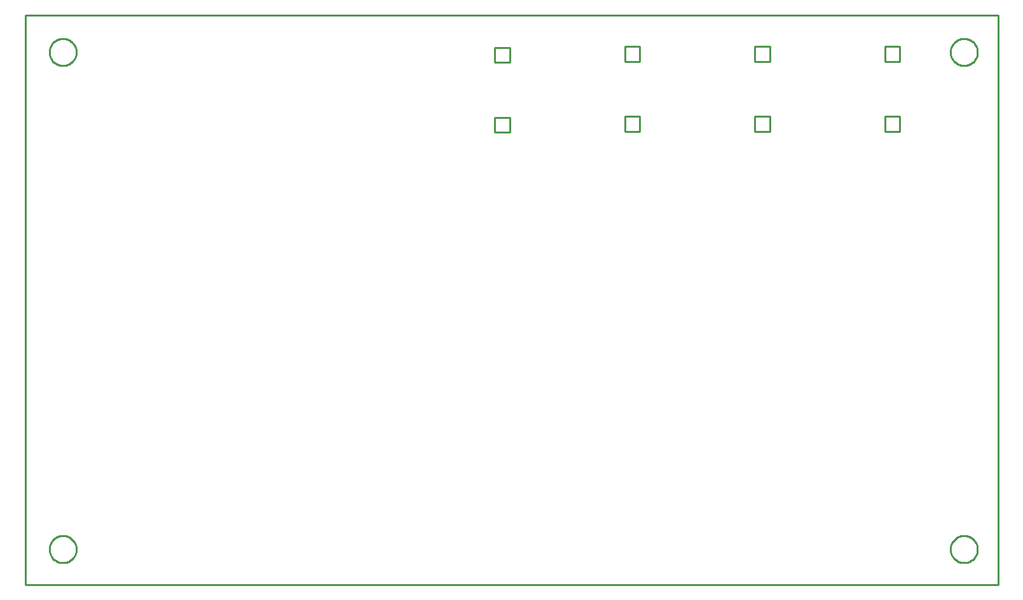
<source format=gbr>
G04 EAGLE Gerber RS-274X export*
G75*
%MOMM*%
%FSLAX34Y34*%
%LPD*%
%IN*%
%IPPOS*%
%AMOC8*
5,1,8,0,0,1.08239X$1,22.5*%
G01*
%ADD10C,0.254000*%


D10*
X0Y63500D02*
X1295200Y63500D01*
X1295200Y822200D01*
X0Y822200D01*
X0Y63500D01*
X625070Y759130D02*
X645070Y759130D01*
X645070Y779130D01*
X625070Y779130D01*
X625070Y759130D01*
X625070Y666130D02*
X645070Y666130D01*
X645070Y686130D01*
X625070Y686130D01*
X625070Y666130D01*
X1144500Y760400D02*
X1164500Y760400D01*
X1164500Y780400D01*
X1144500Y780400D01*
X1144500Y760400D01*
X1144500Y667400D02*
X1164500Y667400D01*
X1164500Y687400D01*
X1144500Y687400D01*
X1144500Y667400D01*
X798213Y760500D02*
X818213Y760500D01*
X818213Y780500D01*
X798213Y780500D01*
X798213Y760500D01*
X798213Y667500D02*
X818213Y667500D01*
X818213Y687500D01*
X798213Y687500D01*
X798213Y667500D01*
X971357Y760500D02*
X991357Y760500D01*
X991357Y780500D01*
X971357Y780500D01*
X971357Y760500D01*
X971357Y667500D02*
X991357Y667500D01*
X991357Y687500D01*
X971357Y687500D01*
X971357Y667500D01*
X68000Y772411D02*
X67923Y771235D01*
X67769Y770066D01*
X67539Y768910D01*
X67234Y767772D01*
X66855Y766656D01*
X66404Y765567D01*
X65883Y764510D01*
X65294Y763490D01*
X64639Y762510D01*
X63922Y761575D01*
X63145Y760689D01*
X62311Y759855D01*
X61425Y759078D01*
X60490Y758361D01*
X59510Y757706D01*
X58490Y757117D01*
X57433Y756596D01*
X56344Y756145D01*
X55228Y755766D01*
X54090Y755461D01*
X52934Y755231D01*
X51765Y755077D01*
X50589Y755000D01*
X49411Y755000D01*
X48235Y755077D01*
X47066Y755231D01*
X45910Y755461D01*
X44772Y755766D01*
X43656Y756145D01*
X42567Y756596D01*
X41510Y757117D01*
X40490Y757706D01*
X39510Y758361D01*
X38575Y759078D01*
X37689Y759855D01*
X36855Y760689D01*
X36078Y761575D01*
X35361Y762510D01*
X34706Y763490D01*
X34117Y764510D01*
X33596Y765567D01*
X33145Y766656D01*
X32766Y767772D01*
X32461Y768910D01*
X32231Y770066D01*
X32077Y771235D01*
X32000Y772411D01*
X32000Y773589D01*
X32077Y774765D01*
X32231Y775934D01*
X32461Y777090D01*
X32766Y778228D01*
X33145Y779344D01*
X33596Y780433D01*
X34117Y781490D01*
X34706Y782510D01*
X35361Y783490D01*
X36078Y784425D01*
X36855Y785311D01*
X37689Y786145D01*
X38575Y786922D01*
X39510Y787639D01*
X40490Y788294D01*
X41510Y788883D01*
X42567Y789404D01*
X43656Y789855D01*
X44772Y790234D01*
X45910Y790539D01*
X47066Y790769D01*
X48235Y790923D01*
X49411Y791000D01*
X50589Y791000D01*
X51765Y790923D01*
X52934Y790769D01*
X54090Y790539D01*
X55228Y790234D01*
X56344Y789855D01*
X57433Y789404D01*
X58490Y788883D01*
X59510Y788294D01*
X60490Y787639D01*
X61425Y786922D01*
X62311Y786145D01*
X63145Y785311D01*
X63922Y784425D01*
X64639Y783490D01*
X65294Y782510D01*
X65883Y781490D01*
X66404Y780433D01*
X66855Y779344D01*
X67234Y778228D01*
X67539Y777090D01*
X67769Y775934D01*
X67923Y774765D01*
X68000Y773589D01*
X68000Y772411D01*
X1232000Y110211D02*
X1232077Y109035D01*
X1232231Y107866D01*
X1232461Y106710D01*
X1232766Y105572D01*
X1233145Y104456D01*
X1233596Y103367D01*
X1234117Y102310D01*
X1234706Y101290D01*
X1235361Y100310D01*
X1236078Y99375D01*
X1236855Y98489D01*
X1237689Y97655D01*
X1238575Y96878D01*
X1239510Y96161D01*
X1240490Y95506D01*
X1241510Y94917D01*
X1242567Y94396D01*
X1243656Y93945D01*
X1244772Y93566D01*
X1245910Y93261D01*
X1247066Y93031D01*
X1248235Y92877D01*
X1249411Y92800D01*
X1250589Y92800D01*
X1251765Y92877D01*
X1252934Y93031D01*
X1254090Y93261D01*
X1255228Y93566D01*
X1256344Y93945D01*
X1257433Y94396D01*
X1258490Y94917D01*
X1259510Y95506D01*
X1260490Y96161D01*
X1261425Y96878D01*
X1262311Y97655D01*
X1263145Y98489D01*
X1263922Y99375D01*
X1264639Y100310D01*
X1265294Y101290D01*
X1265883Y102310D01*
X1266404Y103367D01*
X1266855Y104456D01*
X1267234Y105572D01*
X1267539Y106710D01*
X1267769Y107866D01*
X1267923Y109035D01*
X1268000Y110211D01*
X1268000Y111389D01*
X1267923Y112565D01*
X1267769Y113734D01*
X1267539Y114890D01*
X1267234Y116028D01*
X1266855Y117144D01*
X1266404Y118233D01*
X1265883Y119290D01*
X1265294Y120310D01*
X1264639Y121290D01*
X1263922Y122225D01*
X1263145Y123111D01*
X1262311Y123945D01*
X1261425Y124722D01*
X1260490Y125439D01*
X1259510Y126094D01*
X1258490Y126683D01*
X1257433Y127204D01*
X1256344Y127655D01*
X1255228Y128034D01*
X1254090Y128339D01*
X1252934Y128569D01*
X1251765Y128723D01*
X1250589Y128800D01*
X1249411Y128800D01*
X1248235Y128723D01*
X1247066Y128569D01*
X1245910Y128339D01*
X1244772Y128034D01*
X1243656Y127655D01*
X1242567Y127204D01*
X1241510Y126683D01*
X1240490Y126094D01*
X1239510Y125439D01*
X1238575Y124722D01*
X1237689Y123945D01*
X1236855Y123111D01*
X1236078Y122225D01*
X1235361Y121290D01*
X1234706Y120310D01*
X1234117Y119290D01*
X1233596Y118233D01*
X1233145Y117144D01*
X1232766Y116028D01*
X1232461Y114890D01*
X1232231Y113734D01*
X1232077Y112565D01*
X1232000Y111389D01*
X1232000Y110211D01*
X1268000Y772411D02*
X1267923Y771235D01*
X1267769Y770066D01*
X1267539Y768910D01*
X1267234Y767772D01*
X1266855Y766656D01*
X1266404Y765567D01*
X1265883Y764510D01*
X1265294Y763490D01*
X1264639Y762510D01*
X1263922Y761575D01*
X1263145Y760689D01*
X1262311Y759855D01*
X1261425Y759078D01*
X1260490Y758361D01*
X1259510Y757706D01*
X1258490Y757117D01*
X1257433Y756596D01*
X1256344Y756145D01*
X1255228Y755766D01*
X1254090Y755461D01*
X1252934Y755231D01*
X1251765Y755077D01*
X1250589Y755000D01*
X1249411Y755000D01*
X1248235Y755077D01*
X1247066Y755231D01*
X1245910Y755461D01*
X1244772Y755766D01*
X1243656Y756145D01*
X1242567Y756596D01*
X1241510Y757117D01*
X1240490Y757706D01*
X1239510Y758361D01*
X1238575Y759078D01*
X1237689Y759855D01*
X1236855Y760689D01*
X1236078Y761575D01*
X1235361Y762510D01*
X1234706Y763490D01*
X1234117Y764510D01*
X1233596Y765567D01*
X1233145Y766656D01*
X1232766Y767772D01*
X1232461Y768910D01*
X1232231Y770066D01*
X1232077Y771235D01*
X1232000Y772411D01*
X1232000Y773589D01*
X1232077Y774765D01*
X1232231Y775934D01*
X1232461Y777090D01*
X1232766Y778228D01*
X1233145Y779344D01*
X1233596Y780433D01*
X1234117Y781490D01*
X1234706Y782510D01*
X1235361Y783490D01*
X1236078Y784425D01*
X1236855Y785311D01*
X1237689Y786145D01*
X1238575Y786922D01*
X1239510Y787639D01*
X1240490Y788294D01*
X1241510Y788883D01*
X1242567Y789404D01*
X1243656Y789855D01*
X1244772Y790234D01*
X1245910Y790539D01*
X1247066Y790769D01*
X1248235Y790923D01*
X1249411Y791000D01*
X1250589Y791000D01*
X1251765Y790923D01*
X1252934Y790769D01*
X1254090Y790539D01*
X1255228Y790234D01*
X1256344Y789855D01*
X1257433Y789404D01*
X1258490Y788883D01*
X1259510Y788294D01*
X1260490Y787639D01*
X1261425Y786922D01*
X1262311Y786145D01*
X1263145Y785311D01*
X1263922Y784425D01*
X1264639Y783490D01*
X1265294Y782510D01*
X1265883Y781490D01*
X1266404Y780433D01*
X1266855Y779344D01*
X1267234Y778228D01*
X1267539Y777090D01*
X1267769Y775934D01*
X1267923Y774765D01*
X1268000Y773589D01*
X1268000Y772411D01*
X68000Y110211D02*
X67923Y109035D01*
X67769Y107866D01*
X67539Y106710D01*
X67234Y105572D01*
X66855Y104456D01*
X66404Y103367D01*
X65883Y102310D01*
X65294Y101290D01*
X64639Y100310D01*
X63922Y99375D01*
X63145Y98489D01*
X62311Y97655D01*
X61425Y96878D01*
X60490Y96161D01*
X59510Y95506D01*
X58490Y94917D01*
X57433Y94396D01*
X56344Y93945D01*
X55228Y93566D01*
X54090Y93261D01*
X52934Y93031D01*
X51765Y92877D01*
X50589Y92800D01*
X49411Y92800D01*
X48235Y92877D01*
X47066Y93031D01*
X45910Y93261D01*
X44772Y93566D01*
X43656Y93945D01*
X42567Y94396D01*
X41510Y94917D01*
X40490Y95506D01*
X39510Y96161D01*
X38575Y96878D01*
X37689Y97655D01*
X36855Y98489D01*
X36078Y99375D01*
X35361Y100310D01*
X34706Y101290D01*
X34117Y102310D01*
X33596Y103367D01*
X33145Y104456D01*
X32766Y105572D01*
X32461Y106710D01*
X32231Y107866D01*
X32077Y109035D01*
X32000Y110211D01*
X32000Y111389D01*
X32077Y112565D01*
X32231Y113734D01*
X32461Y114890D01*
X32766Y116028D01*
X33145Y117144D01*
X33596Y118233D01*
X34117Y119290D01*
X34706Y120310D01*
X35361Y121290D01*
X36078Y122225D01*
X36855Y123111D01*
X37689Y123945D01*
X38575Y124722D01*
X39510Y125439D01*
X40490Y126094D01*
X41510Y126683D01*
X42567Y127204D01*
X43656Y127655D01*
X44772Y128034D01*
X45910Y128339D01*
X47066Y128569D01*
X48235Y128723D01*
X49411Y128800D01*
X50589Y128800D01*
X51765Y128723D01*
X52934Y128569D01*
X54090Y128339D01*
X55228Y128034D01*
X56344Y127655D01*
X57433Y127204D01*
X58490Y126683D01*
X59510Y126094D01*
X60490Y125439D01*
X61425Y124722D01*
X62311Y123945D01*
X63145Y123111D01*
X63922Y122225D01*
X64639Y121290D01*
X65294Y120310D01*
X65883Y119290D01*
X66404Y118233D01*
X66855Y117144D01*
X67234Y116028D01*
X67539Y114890D01*
X67769Y113734D01*
X67923Y112565D01*
X68000Y111389D01*
X68000Y110211D01*
M02*

</source>
